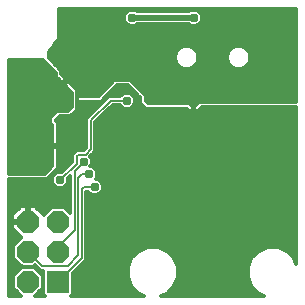
<source format=gbl>
G75*
%MOIN*%
%OFA0B0*%
%FSLAX25Y25*%
%IPPOS*%
%LPD*%
%AMOC8*
5,1,8,0,0,1.08239X$1,22.5*
%
%ADD10R,0.07400X0.07400*%
%ADD11OC8,0.07400*%
%ADD12C,0.01200*%
%ADD13OC8,0.02900*%
%ADD14C,0.00600*%
%ADD15OC8,0.03200*%
%ADD16C,0.01600*%
%ADD17C,0.02000*%
D10*
X0021800Y0010200D03*
D11*
X0021800Y0020200D03*
X0021800Y0030200D03*
X0011800Y0030200D03*
X0011800Y0020200D03*
X0011800Y0010200D03*
D12*
X0005500Y0005500D02*
X0005500Y0044500D01*
X0018173Y0044500D01*
X0021173Y0047500D01*
X0021700Y0048027D01*
X0021700Y0054773D01*
X0021173Y0055300D01*
X0020427Y0055300D01*
X0019900Y0054773D01*
X0019900Y0048773D01*
X0017427Y0046300D01*
X0005500Y0046300D01*
X0005500Y0084100D01*
X0016827Y0084100D01*
X0017427Y0083500D01*
X0017427Y0083500D01*
X0021100Y0079827D01*
X0021100Y0078627D01*
X0022827Y0076900D01*
X0023573Y0076900D01*
X0024100Y0077427D01*
X0024100Y0078173D01*
X0022900Y0079373D01*
X0022900Y0080573D01*
X0022373Y0081100D01*
X0018700Y0084773D01*
X0018700Y0086822D01*
X0020520Y0088642D01*
X0020960Y0089704D01*
X0022061Y0090988D01*
X0022300Y0091227D01*
X0022300Y0091267D01*
X0022326Y0091297D01*
X0022300Y0091635D01*
X0022300Y0101300D01*
X0101300Y0101300D01*
X0101300Y0070300D01*
X0069027Y0070300D01*
X0068500Y0069773D01*
X0067300Y0068573D01*
X0067300Y0067827D01*
X0067827Y0067300D01*
X0068573Y0067300D01*
X0069773Y0068500D01*
X0101300Y0068500D01*
X0101300Y0016276D01*
X0100520Y0018158D01*
X0098158Y0020520D01*
X0095071Y0021799D01*
X0091729Y0021799D01*
X0088642Y0020520D01*
X0086279Y0018158D01*
X0085001Y0015071D01*
X0085001Y0011729D01*
X0086279Y0008642D01*
X0088642Y0006279D01*
X0090524Y0005500D01*
X0056276Y0005500D01*
X0058158Y0006279D01*
X0060520Y0008642D01*
X0061799Y0011729D01*
X0061799Y0015071D01*
X0060520Y0018158D01*
X0058158Y0020520D01*
X0055071Y0021799D01*
X0051729Y0021799D01*
X0048642Y0020520D01*
X0046279Y0018158D01*
X0045001Y0015071D01*
X0045001Y0011729D01*
X0046279Y0008642D01*
X0048642Y0006279D01*
X0050524Y0005500D01*
X0026197Y0005500D01*
X0026700Y0006003D01*
X0026700Y0012979D01*
X0030421Y0016700D01*
X0031300Y0017579D01*
X0031300Y0040300D01*
X0031752Y0040300D01*
X0032902Y0039150D01*
X0035098Y0039150D01*
X0036650Y0040702D01*
X0036650Y0042898D01*
X0035098Y0044450D01*
X0034398Y0044450D01*
X0034850Y0044902D01*
X0034850Y0047098D01*
X0033298Y0048650D01*
X0032598Y0048650D01*
X0033050Y0049102D01*
X0033050Y0051298D01*
X0032434Y0051913D01*
X0032500Y0051979D01*
X0033421Y0052900D01*
X0033421Y0052900D01*
X0034300Y0053779D01*
X0034300Y0063379D01*
X0040021Y0069100D01*
X0042552Y0069100D01*
X0043702Y0067950D01*
X0045898Y0067950D01*
X0047450Y0069502D01*
X0047450Y0071698D01*
X0045898Y0073250D01*
X0043702Y0073250D01*
X0042552Y0072100D01*
X0038779Y0072100D01*
X0037900Y0071221D01*
X0031300Y0064621D01*
X0031300Y0055021D01*
X0030379Y0054100D01*
X0027979Y0054100D01*
X0027100Y0053221D01*
X0026500Y0052621D01*
X0026500Y0050221D01*
X0023129Y0046850D01*
X0021502Y0046850D01*
X0019950Y0045298D01*
X0019950Y0043102D01*
X0021502Y0041550D01*
X0023698Y0041550D01*
X0025250Y0043102D01*
X0025250Y0044729D01*
X0025900Y0045379D01*
X0025900Y0033030D01*
X0023830Y0035100D01*
X0019770Y0035100D01*
X0017083Y0032412D01*
X0013995Y0035500D01*
X0012200Y0035500D01*
X0012200Y0030600D01*
X0011400Y0030600D01*
X0011400Y0035500D01*
X0009605Y0035500D01*
X0006500Y0032395D01*
X0006500Y0030600D01*
X0011400Y0030600D01*
X0011400Y0029800D01*
X0006500Y0029800D01*
X0006500Y0028005D01*
X0009588Y0024917D01*
X0006900Y0022230D01*
X0006900Y0018170D01*
X0009770Y0015300D01*
X0013830Y0015300D01*
X0014204Y0015675D01*
X0015100Y0014779D01*
X0015979Y0013900D01*
X0016900Y0013900D01*
X0016900Y0006003D01*
X0017403Y0005500D01*
X0014030Y0005500D01*
X0016700Y0008170D01*
X0016700Y0012230D01*
X0013830Y0015100D01*
X0009770Y0015100D01*
X0006900Y0012230D01*
X0006900Y0008170D01*
X0009570Y0005500D01*
X0005500Y0005500D01*
X0005500Y0005797D02*
X0009273Y0005797D01*
X0008075Y0006996D02*
X0005500Y0006996D01*
X0005500Y0008194D02*
X0006900Y0008194D01*
X0006900Y0009393D02*
X0005500Y0009393D01*
X0005500Y0010591D02*
X0006900Y0010591D01*
X0006900Y0011790D02*
X0005500Y0011790D01*
X0005500Y0012988D02*
X0007658Y0012988D01*
X0008857Y0014187D02*
X0005500Y0014187D01*
X0005500Y0015385D02*
X0009685Y0015385D01*
X0008487Y0016584D02*
X0005500Y0016584D01*
X0005500Y0017782D02*
X0007288Y0017782D01*
X0006900Y0018981D02*
X0005500Y0018981D01*
X0005500Y0020179D02*
X0006900Y0020179D01*
X0006900Y0021378D02*
X0005500Y0021378D01*
X0005500Y0022576D02*
X0007247Y0022576D01*
X0008445Y0023775D02*
X0005500Y0023775D01*
X0005500Y0024973D02*
X0009531Y0024973D01*
X0008333Y0026172D02*
X0005500Y0026172D01*
X0005500Y0027370D02*
X0007134Y0027370D01*
X0006500Y0028569D02*
X0005500Y0028569D01*
X0005500Y0029767D02*
X0006500Y0029767D01*
X0006500Y0030966D02*
X0005500Y0030966D01*
X0005500Y0032164D02*
X0006500Y0032164D01*
X0007467Y0033363D02*
X0005500Y0033363D01*
X0005500Y0034561D02*
X0008666Y0034561D01*
X0011400Y0034561D02*
X0012200Y0034561D01*
X0012200Y0033363D02*
X0011400Y0033363D01*
X0011400Y0032164D02*
X0012200Y0032164D01*
X0012200Y0030966D02*
X0011400Y0030966D01*
X0014934Y0034561D02*
X0019232Y0034561D01*
X0018033Y0033363D02*
X0016133Y0033363D01*
X0024368Y0034561D02*
X0025900Y0034561D01*
X0025900Y0033363D02*
X0025567Y0033363D01*
X0025900Y0035760D02*
X0005500Y0035760D01*
X0005500Y0036958D02*
X0025900Y0036958D01*
X0025900Y0038157D02*
X0005500Y0038157D01*
X0005500Y0039355D02*
X0025900Y0039355D01*
X0025900Y0040554D02*
X0005500Y0040554D01*
X0005500Y0041752D02*
X0021300Y0041752D01*
X0020101Y0042951D02*
X0005500Y0042951D01*
X0005500Y0044149D02*
X0019950Y0044149D01*
X0020000Y0045348D02*
X0019021Y0045348D01*
X0020219Y0046546D02*
X0021199Y0046546D01*
X0021173Y0047500D02*
X0021173Y0047500D01*
X0021418Y0047745D02*
X0024024Y0047745D01*
X0025222Y0048943D02*
X0021700Y0048943D01*
X0021700Y0050142D02*
X0026421Y0050142D01*
X0026500Y0051340D02*
X0021700Y0051340D01*
X0021700Y0052539D02*
X0026500Y0052539D01*
X0027616Y0053737D02*
X0021700Y0053737D01*
X0021537Y0054936D02*
X0031215Y0054936D01*
X0031300Y0056134D02*
X0021407Y0056134D01*
X0021173Y0055900D02*
X0021700Y0056427D01*
X0021700Y0063173D01*
X0021173Y0063700D01*
X0021100Y0063773D01*
X0021100Y0064227D01*
X0022373Y0065500D01*
X0025973Y0065500D01*
X0027773Y0067300D01*
X0028300Y0067827D01*
X0028300Y0073973D01*
X0025373Y0076900D01*
X0024627Y0076900D01*
X0024100Y0076373D01*
X0024100Y0075627D01*
X0026500Y0073227D01*
X0026500Y0068573D01*
X0025227Y0067300D01*
X0021627Y0067300D01*
X0021100Y0066773D01*
X0019827Y0065500D01*
X0019300Y0064973D01*
X0019300Y0063027D01*
X0019900Y0062427D01*
X0019900Y0056427D01*
X0020427Y0055900D01*
X0021173Y0055900D01*
X0020193Y0056134D02*
X0005500Y0056134D01*
X0005500Y0054936D02*
X0020063Y0054936D01*
X0019900Y0053737D02*
X0005500Y0053737D01*
X0005500Y0052539D02*
X0019900Y0052539D01*
X0019900Y0051340D02*
X0005500Y0051340D01*
X0005500Y0050142D02*
X0019900Y0050142D01*
X0019900Y0048943D02*
X0005500Y0048943D01*
X0005500Y0047745D02*
X0018872Y0047745D01*
X0017674Y0046546D02*
X0005500Y0046546D01*
X0005500Y0057333D02*
X0019900Y0057333D01*
X0019900Y0058532D02*
X0005500Y0058532D01*
X0005500Y0059730D02*
X0019900Y0059730D01*
X0019900Y0060929D02*
X0005500Y0060929D01*
X0005500Y0062127D02*
X0019900Y0062127D01*
X0019300Y0063326D02*
X0005500Y0063326D01*
X0005500Y0064524D02*
X0019300Y0064524D01*
X0019827Y0065500D02*
X0019827Y0065500D01*
X0020050Y0065723D02*
X0005500Y0065723D01*
X0005500Y0066921D02*
X0021248Y0066921D01*
X0021397Y0064524D02*
X0031300Y0064524D01*
X0031300Y0063326D02*
X0021547Y0063326D01*
X0021700Y0062127D02*
X0031300Y0062127D01*
X0031300Y0060929D02*
X0021700Y0060929D01*
X0021700Y0059730D02*
X0031300Y0059730D01*
X0031300Y0058532D02*
X0021700Y0058532D01*
X0021700Y0057333D02*
X0031300Y0057333D01*
X0034300Y0057333D02*
X0101300Y0057333D01*
X0101300Y0056134D02*
X0034300Y0056134D01*
X0034300Y0054936D02*
X0101300Y0054936D01*
X0101300Y0053737D02*
X0034259Y0053737D01*
X0033060Y0052539D02*
X0101300Y0052539D01*
X0101300Y0051340D02*
X0033007Y0051340D01*
X0032500Y0051979D02*
X0032500Y0051979D01*
X0033050Y0050142D02*
X0101300Y0050142D01*
X0101300Y0048943D02*
X0032891Y0048943D01*
X0034203Y0047745D02*
X0101300Y0047745D01*
X0101300Y0046546D02*
X0034850Y0046546D01*
X0034850Y0045348D02*
X0101300Y0045348D01*
X0101300Y0044149D02*
X0035398Y0044149D01*
X0036597Y0042951D02*
X0101300Y0042951D01*
X0101300Y0041752D02*
X0036650Y0041752D01*
X0036502Y0040554D02*
X0101300Y0040554D01*
X0101300Y0039355D02*
X0035303Y0039355D01*
X0032697Y0039355D02*
X0031300Y0039355D01*
X0031300Y0038157D02*
X0101300Y0038157D01*
X0101300Y0036958D02*
X0031300Y0036958D01*
X0031300Y0035760D02*
X0101300Y0035760D01*
X0101300Y0034561D02*
X0031300Y0034561D01*
X0031300Y0033363D02*
X0101300Y0033363D01*
X0101300Y0032164D02*
X0031300Y0032164D01*
X0031300Y0030966D02*
X0101300Y0030966D01*
X0101300Y0029767D02*
X0031300Y0029767D01*
X0031300Y0028569D02*
X0101300Y0028569D01*
X0101300Y0027370D02*
X0031300Y0027370D01*
X0031300Y0026172D02*
X0101300Y0026172D01*
X0101300Y0024973D02*
X0031300Y0024973D01*
X0031300Y0023775D02*
X0101300Y0023775D01*
X0101300Y0022576D02*
X0031300Y0022576D01*
X0031300Y0021378D02*
X0050712Y0021378D01*
X0048301Y0020179D02*
X0031300Y0020179D01*
X0031300Y0018981D02*
X0047102Y0018981D01*
X0046124Y0017782D02*
X0031300Y0017782D01*
X0030305Y0016584D02*
X0045627Y0016584D01*
X0045131Y0015385D02*
X0029106Y0015385D01*
X0027908Y0014187D02*
X0045001Y0014187D01*
X0045001Y0012988D02*
X0026709Y0012988D01*
X0026700Y0011790D02*
X0045001Y0011790D01*
X0045472Y0010591D02*
X0026700Y0010591D01*
X0026700Y0009393D02*
X0045969Y0009393D01*
X0046728Y0008194D02*
X0026700Y0008194D01*
X0026700Y0006996D02*
X0047926Y0006996D01*
X0049807Y0005797D02*
X0026494Y0005797D01*
X0017106Y0005797D02*
X0014327Y0005797D01*
X0015525Y0006996D02*
X0016900Y0006996D01*
X0016900Y0008194D02*
X0016700Y0008194D01*
X0016700Y0009393D02*
X0016900Y0009393D01*
X0016900Y0010591D02*
X0016700Y0010591D01*
X0016700Y0011790D02*
X0016900Y0011790D01*
X0016900Y0012988D02*
X0015942Y0012988D01*
X0015692Y0014187D02*
X0014743Y0014187D01*
X0014494Y0015385D02*
X0013915Y0015385D01*
X0023900Y0041752D02*
X0025900Y0041752D01*
X0025900Y0042951D02*
X0025099Y0042951D01*
X0025250Y0044149D02*
X0025900Y0044149D01*
X0025869Y0045348D02*
X0025900Y0045348D01*
X0034300Y0058532D02*
X0101300Y0058532D01*
X0101300Y0059730D02*
X0034300Y0059730D01*
X0034300Y0060929D02*
X0101300Y0060929D01*
X0101300Y0062127D02*
X0034300Y0062127D01*
X0034300Y0063326D02*
X0101300Y0063326D01*
X0101300Y0064524D02*
X0035445Y0064524D01*
X0036644Y0065723D02*
X0101300Y0065723D01*
X0101300Y0066921D02*
X0037842Y0066921D01*
X0039041Y0068120D02*
X0043533Y0068120D01*
X0046067Y0068120D02*
X0050808Y0068120D01*
X0051027Y0067900D02*
X0050500Y0068427D01*
X0049300Y0069627D01*
X0049300Y0071427D01*
X0045027Y0075700D01*
X0041573Y0075700D01*
X0036173Y0070300D01*
X0028827Y0070300D01*
X0028300Y0070827D01*
X0028300Y0071573D01*
X0028827Y0072100D01*
X0035427Y0072100D01*
X0040300Y0076973D01*
X0040827Y0077500D01*
X0045773Y0077500D01*
X0050573Y0072700D01*
X0051100Y0072173D01*
X0051100Y0070373D01*
X0051773Y0069700D01*
X0065573Y0069700D01*
X0066700Y0068573D01*
X0066700Y0067827D01*
X0066173Y0067300D01*
X0065427Y0067300D01*
X0064827Y0067900D01*
X0051027Y0067900D01*
X0049609Y0069318D02*
X0047266Y0069318D01*
X0047450Y0070517D02*
X0049300Y0070517D01*
X0049012Y0071715D02*
X0047432Y0071715D01*
X0047814Y0072914D02*
X0046234Y0072914D01*
X0046615Y0074112D02*
X0039985Y0074112D01*
X0038786Y0072914D02*
X0043366Y0072914D01*
X0045417Y0075311D02*
X0041183Y0075311D01*
X0039836Y0076509D02*
X0025764Y0076509D01*
X0026962Y0075311D02*
X0038638Y0075311D01*
X0037439Y0074112D02*
X0028161Y0074112D01*
X0028300Y0072914D02*
X0036241Y0072914D01*
X0037588Y0071715D02*
X0038394Y0071715D01*
X0037195Y0070517D02*
X0036389Y0070517D01*
X0035997Y0069318D02*
X0028300Y0069318D01*
X0028300Y0068120D02*
X0034798Y0068120D01*
X0033600Y0066921D02*
X0027394Y0066921D01*
X0027773Y0067300D02*
X0027773Y0067300D01*
X0026047Y0068120D02*
X0005500Y0068120D01*
X0005500Y0069318D02*
X0026500Y0069318D01*
X0026500Y0070517D02*
X0005500Y0070517D01*
X0005500Y0071715D02*
X0026500Y0071715D01*
X0026500Y0072914D02*
X0005500Y0072914D01*
X0005500Y0074112D02*
X0025615Y0074112D01*
X0024417Y0075311D02*
X0005500Y0075311D01*
X0005500Y0076509D02*
X0024236Y0076509D01*
X0024100Y0077708D02*
X0101300Y0077708D01*
X0101300Y0078906D02*
X0023367Y0078906D01*
X0022020Y0077708D02*
X0005500Y0077708D01*
X0005500Y0078906D02*
X0021100Y0078906D01*
X0020822Y0080105D02*
X0005500Y0080105D01*
X0005500Y0081303D02*
X0019624Y0081303D01*
X0018425Y0082502D02*
X0005500Y0082502D01*
X0005500Y0083700D02*
X0017227Y0083700D01*
X0018700Y0084899D02*
X0060867Y0084899D01*
X0060867Y0084230D02*
X0061456Y0082807D01*
X0062545Y0081718D01*
X0063968Y0081128D01*
X0065509Y0081128D01*
X0066932Y0081718D01*
X0068021Y0082807D01*
X0068610Y0084230D01*
X0068610Y0085770D01*
X0068021Y0087193D01*
X0066932Y0088282D01*
X0065509Y0088872D01*
X0063968Y0088872D01*
X0062545Y0088282D01*
X0061456Y0087193D01*
X0060867Y0085770D01*
X0060867Y0084230D01*
X0061086Y0083700D02*
X0019773Y0083700D01*
X0020971Y0082502D02*
X0061761Y0082502D01*
X0063546Y0081303D02*
X0022170Y0081303D01*
X0022900Y0080105D02*
X0101300Y0080105D01*
X0101300Y0081303D02*
X0083254Y0081303D01*
X0082832Y0081128D02*
X0084255Y0081718D01*
X0085344Y0082807D01*
X0085933Y0084230D01*
X0085933Y0085770D01*
X0085344Y0087193D01*
X0084255Y0088282D01*
X0082832Y0088872D01*
X0081291Y0088872D01*
X0079868Y0088282D01*
X0078779Y0087193D01*
X0078190Y0085770D01*
X0078190Y0084230D01*
X0078779Y0082807D01*
X0079868Y0081718D01*
X0081291Y0081128D01*
X0082832Y0081128D01*
X0080869Y0081303D02*
X0065931Y0081303D01*
X0067716Y0082502D02*
X0079084Y0082502D01*
X0078409Y0083700D02*
X0068391Y0083700D01*
X0068610Y0084899D02*
X0078190Y0084899D01*
X0078325Y0086097D02*
X0068475Y0086097D01*
X0067918Y0087296D02*
X0078882Y0087296D01*
X0080380Y0088494D02*
X0066420Y0088494D01*
X0063057Y0088494D02*
X0020373Y0088494D01*
X0020956Y0089693D02*
X0101300Y0089693D01*
X0101300Y0090891D02*
X0021978Y0090891D01*
X0022300Y0092090D02*
X0101300Y0092090D01*
X0101300Y0093288D02*
X0022300Y0093288D01*
X0022300Y0094487D02*
X0101300Y0094487D01*
X0101300Y0095685D02*
X0068233Y0095685D01*
X0068098Y0095550D02*
X0069650Y0097102D01*
X0069650Y0099298D01*
X0068098Y0100850D01*
X0065902Y0100850D01*
X0065452Y0100400D01*
X0048148Y0100400D01*
X0047698Y0100850D01*
X0045502Y0100850D01*
X0043950Y0099298D01*
X0043950Y0097102D01*
X0045502Y0095550D01*
X0047698Y0095550D01*
X0048148Y0096000D01*
X0065452Y0096000D01*
X0065902Y0095550D01*
X0068098Y0095550D01*
X0069432Y0096884D02*
X0101300Y0096884D01*
X0101300Y0098082D02*
X0069650Y0098082D01*
X0069650Y0099281D02*
X0101300Y0099281D01*
X0101300Y0100479D02*
X0068468Y0100479D01*
X0065532Y0100479D02*
X0048068Y0100479D01*
X0045132Y0100479D02*
X0022300Y0100479D01*
X0022300Y0099281D02*
X0043950Y0099281D01*
X0043950Y0098082D02*
X0022300Y0098082D01*
X0022300Y0096884D02*
X0044168Y0096884D01*
X0045367Y0095685D02*
X0022300Y0095685D01*
X0019174Y0087296D02*
X0061559Y0087296D01*
X0061002Y0086097D02*
X0018700Y0086097D01*
X0028300Y0071715D02*
X0028442Y0071715D01*
X0028300Y0070517D02*
X0028611Y0070517D01*
X0026195Y0065723D02*
X0032401Y0065723D01*
X0046764Y0076509D02*
X0101300Y0076509D01*
X0101300Y0075311D02*
X0047962Y0075311D01*
X0049161Y0074112D02*
X0101300Y0074112D01*
X0101300Y0072914D02*
X0050359Y0072914D01*
X0051100Y0071715D02*
X0101300Y0071715D01*
X0101300Y0070517D02*
X0051100Y0070517D01*
X0065955Y0069318D02*
X0068045Y0069318D01*
X0067300Y0068120D02*
X0066700Y0068120D01*
X0069392Y0068120D02*
X0101300Y0068120D01*
X0101300Y0082502D02*
X0085039Y0082502D01*
X0085714Y0083700D02*
X0101300Y0083700D01*
X0101300Y0084899D02*
X0085933Y0084899D01*
X0085798Y0086097D02*
X0101300Y0086097D01*
X0101300Y0087296D02*
X0085241Y0087296D01*
X0083743Y0088494D02*
X0101300Y0088494D01*
X0065767Y0095685D02*
X0047833Y0095685D01*
X0079000Y0043600D02*
X0080800Y0041800D01*
X0080800Y0041200D01*
X0090712Y0021378D02*
X0056088Y0021378D01*
X0058499Y0020179D02*
X0088301Y0020179D01*
X0087102Y0018981D02*
X0059698Y0018981D01*
X0060676Y0017782D02*
X0086124Y0017782D01*
X0085627Y0016584D02*
X0061173Y0016584D01*
X0061669Y0015385D02*
X0085131Y0015385D01*
X0085001Y0014187D02*
X0061799Y0014187D01*
X0061799Y0012988D02*
X0085001Y0012988D01*
X0085001Y0011790D02*
X0061799Y0011790D01*
X0061328Y0010591D02*
X0085472Y0010591D01*
X0085969Y0009393D02*
X0060831Y0009393D01*
X0060072Y0008194D02*
X0086728Y0008194D01*
X0087926Y0006996D02*
X0058874Y0006996D01*
X0056993Y0005797D02*
X0089807Y0005797D01*
X0101173Y0016584D02*
X0101300Y0016584D01*
X0101300Y0017782D02*
X0100676Y0017782D01*
X0101300Y0018981D02*
X0099698Y0018981D01*
X0098499Y0020179D02*
X0101300Y0020179D01*
X0101300Y0021378D02*
X0096088Y0021378D01*
D13*
X0080800Y0041200D03*
X0044800Y0070600D03*
X0030400Y0050200D03*
X0032200Y0046000D03*
X0034000Y0041800D03*
X0022600Y0044200D03*
X0022600Y0050200D03*
X0007000Y0041800D03*
X0021400Y0086200D03*
X0046600Y0098200D03*
X0067000Y0098200D03*
D14*
X0044800Y0070600D02*
X0039400Y0070600D01*
X0032800Y0064000D01*
X0032800Y0054400D01*
X0031000Y0052600D01*
X0028600Y0052600D01*
X0028000Y0052000D01*
X0028000Y0049600D01*
X0022600Y0044200D01*
X0027400Y0047200D02*
X0030400Y0050200D01*
X0027400Y0047200D02*
X0027400Y0027400D01*
X0021800Y0021800D01*
X0021800Y0020200D01*
X0025000Y0015400D02*
X0028600Y0019000D01*
X0028600Y0044800D01*
X0029800Y0046000D01*
X0032200Y0046000D01*
X0030400Y0041800D02*
X0034000Y0041800D01*
X0030400Y0041800D02*
X0029800Y0041200D01*
X0029800Y0018200D01*
X0021800Y0010200D01*
X0025000Y0015400D02*
X0016600Y0015400D01*
X0011800Y0020200D01*
X0007000Y0040000D02*
X0007000Y0041800D01*
X0022600Y0050200D02*
X0023800Y0050200D01*
X0021400Y0085000D02*
X0021400Y0086200D01*
D15*
X0067000Y0065800D03*
D16*
X0067000Y0062800D01*
D17*
X0067000Y0098200D02*
X0046600Y0098200D01*
M02*

</source>
